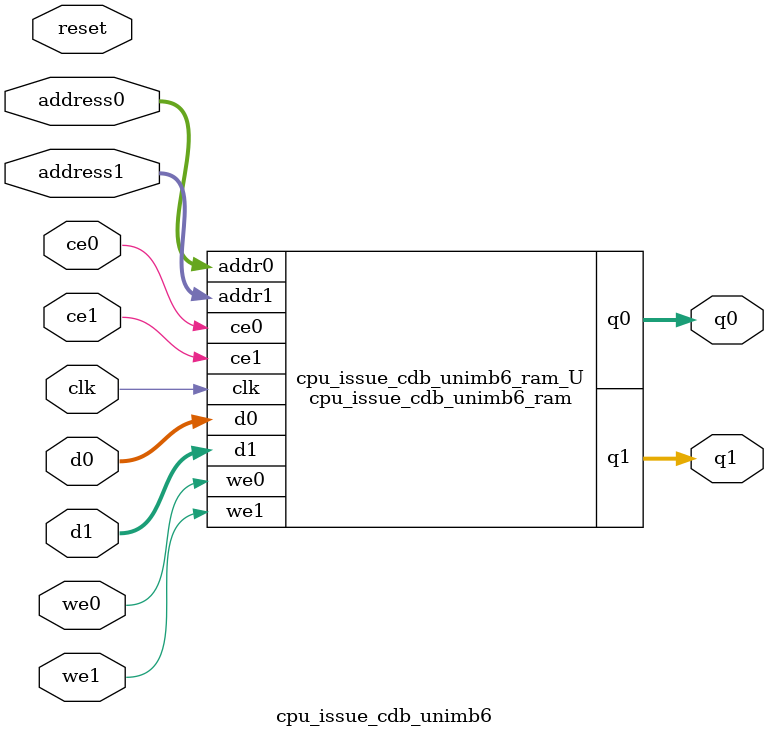
<source format=v>

`timescale 1 ns / 1 ps
module cpu_issue_cdb_unimb6_ram (addr0, ce0, d0, we0, q0, addr1, ce1, d1, we1, q1,  clk);

parameter DWIDTH = 64;
parameter AWIDTH = 2;
parameter MEM_SIZE = 4;

input[AWIDTH-1:0] addr0;
input ce0;
input[DWIDTH-1:0] d0;
input we0;
output reg[DWIDTH-1:0] q0;
input[AWIDTH-1:0] addr1;
input ce1;
input[DWIDTH-1:0] d1;
input we1;
output reg[DWIDTH-1:0] q1;
input clk;

(* ram_style = "block" *)reg [DWIDTH-1:0] ram[0:MEM_SIZE-1];




always @(posedge clk)  
begin 
    if (ce0) 
    begin
        if (we0) 
        begin 
            ram[addr0] <= d0; 
            q0 <= d0;
        end 
        else 
            q0 <= ram[addr0];
    end
end


always @(posedge clk)  
begin 
    if (ce1) 
    begin
        if (we1) 
        begin 
            ram[addr1] <= d1; 
            q1 <= d1;
        end 
        else 
            q1 <= ram[addr1];
    end
end


endmodule


`timescale 1 ns / 1 ps
module cpu_issue_cdb_unimb6(
    reset,
    clk,
    address0,
    ce0,
    we0,
    d0,
    q0,
    address1,
    ce1,
    we1,
    d1,
    q1);

parameter DataWidth = 32'd64;
parameter AddressRange = 32'd4;
parameter AddressWidth = 32'd2;
input reset;
input clk;
input[AddressWidth - 1:0] address0;
input ce0;
input we0;
input[DataWidth - 1:0] d0;
output[DataWidth - 1:0] q0;
input[AddressWidth - 1:0] address1;
input ce1;
input we1;
input[DataWidth - 1:0] d1;
output[DataWidth - 1:0] q1;



cpu_issue_cdb_unimb6_ram cpu_issue_cdb_unimb6_ram_U(
    .clk( clk ),
    .addr0( address0 ),
    .ce0( ce0 ),
    .we0( we0 ),
    .d0( d0 ),
    .q0( q0 ),
    .addr1( address1 ),
    .ce1( ce1 ),
    .we1( we1 ),
    .d1( d1 ),
    .q1( q1 ));

endmodule


</source>
